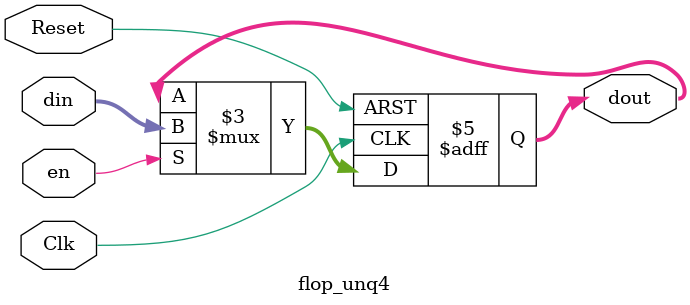
<source format=sv>

/* *****************************************************************************
 * File: flop.vp
 * 
 * Description:
 * Genesis2 flip-flop generator.
 * 
 * Required Genesis2 Controlable Parameters:
 * * Type		- Constant, Flop, RFlop, EFlop, or REFlop
 * * Width		- integer value specifying register width
 * * Default		- default value for the flop 
 *			 (only applies when flop_type=constant|rflop|reflop)
 * * SyncMode		- Sync or ASync flop * Change bar:
 * 
 * 
 * -----------
 * Date          Author   Description
 * Mar 30, 2010  shacham  init version  --  
 * May 20, 2014  jingpu   Add Async mode, change to active low reset
 * 
 * ****************************************************************************/


/*******************************************************************************
 * REQUIRED PARAMETERIZATION
 ******************************************************************************/
// Type (_GENESIS2_INHERITANCE_PRIORITY_) = REFlop
//
// Default (_GENESIS2_INHERITANCE_PRIORITY_) = 0
//
// Width (_GENESIS2_INHERITANCE_PRIORITY_) = 32
//
// SyncMode (_GENESIS2_DECLARATION_PRIORITY_) = ASync
//

module flop_unq4(
	       //inputs
	       input wire logic 		   Clk,
	       input wire logic [31:0]  din,
	       input wire logic 		   Reset,
	       input wire logic 		   en,

	       //outputs
	       output logic [31:0] dout
	       );


   /* synopsys dc_tcl_script_begin
    set_dont_retime [current_design] true
    set_optimize_registers false -design [current_design]
    */
   


   
   always_ff @(posedge Clk or negedge Reset) begin
      if (!Reset) 
	dout <= 32'h0;
      else if (en)
	dout <= din;
   end

endmodule : flop_unq4

</source>
